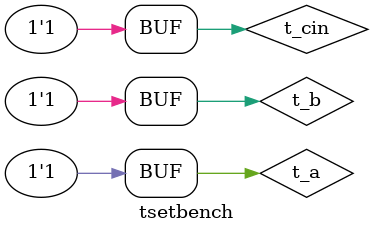
<source format=v>
`timescale 100ps/1ps

module tsetbench;
wire t_s, t_cout;
reg t_a, t_b, t_cin;

my_adder fa(t_a,t_b,t_cin,t_s,t_cout);

initial
begin
t_a = 0;
t_b = 0;
t_cin = 0;

#5
t_a = 1;

#5
t_b = 1;

#5
t_cin = 1;

end

endmodule

</source>
